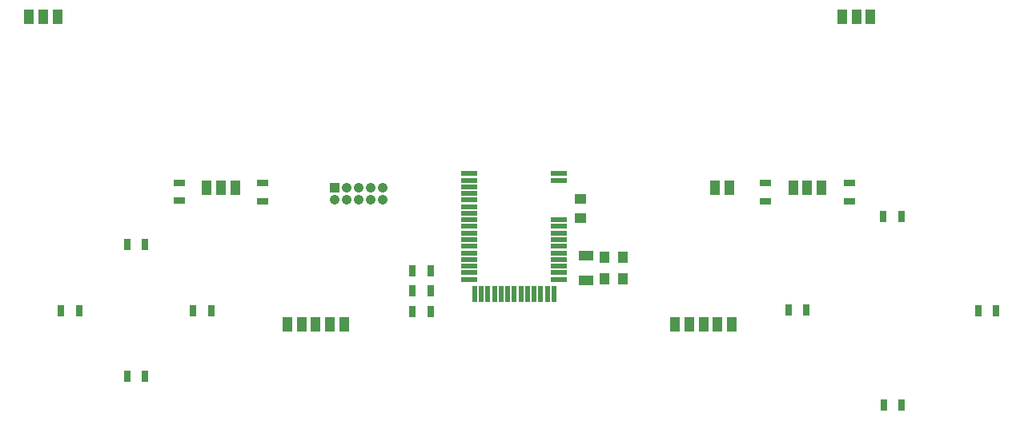
<source format=gbr>
G04 #@! TF.FileFunction,Soldermask,Bot*
%FSLAX46Y46*%
G04 Gerber Fmt 4.6, Leading zero omitted, Abs format (unit mm)*
G04 Created by KiCad (PCBNEW (2016-04-11 BZR 6687, Git f239aee)-product) date 4/14/2016 1:21:30 PM*
%MOMM*%
G01*
G04 APERTURE LIST*
%ADD10C,0.020000*%
%ADD11R,1.300000X0.700000*%
%ADD12R,0.700000X1.300000*%
%ADD13R,1.000000X1.250000*%
%ADD14R,1.700000X0.500000*%
%ADD15R,0.500000X1.700000*%
%ADD16R,1.250000X1.000000*%
%ADD17R,1.000000X1.500000*%
%ADD18R,1.550000X1.000000*%
%ADD19R,1.050000X1.050000*%
%ADD20C,1.050000*%
G04 APERTURE END LIST*
D10*
D11*
X105460800Y-34427200D03*
X105460800Y-32527200D03*
X96570800Y-34427200D03*
X96570800Y-32527200D03*
X34594800Y-34376400D03*
X34594800Y-32476400D03*
X43383200Y-34427200D03*
X43383200Y-32527200D03*
D12*
X37932400Y-45999400D03*
X36032400Y-45999400D03*
X23962400Y-45999400D03*
X22062400Y-45999400D03*
X30947400Y-52984400D03*
X29047400Y-52984400D03*
X30947400Y-38989000D03*
X29047400Y-38989000D03*
X109032000Y-36017200D03*
X110932000Y-36017200D03*
X98999000Y-45974000D03*
X100899000Y-45974000D03*
X119065000Y-45999400D03*
X120965000Y-45999400D03*
X109057400Y-56007000D03*
X110957400Y-56007000D03*
D13*
X79518000Y-40386000D03*
X81518000Y-40386000D03*
X79518000Y-42672000D03*
X81518000Y-42672000D03*
D12*
X61148000Y-43942000D03*
X59248000Y-43942000D03*
X61148000Y-41783000D03*
X59248000Y-41783000D03*
X61148000Y-46101000D03*
X59248000Y-46101000D03*
D14*
X65250000Y-31500000D03*
X65250000Y-37100000D03*
X65250000Y-36400000D03*
X65250000Y-35000000D03*
X65250000Y-35700000D03*
X65250000Y-32900000D03*
X65250000Y-32200000D03*
X65250000Y-33600000D03*
X65250000Y-34300000D03*
X65250000Y-39900000D03*
X65250000Y-39200000D03*
X65250000Y-37800000D03*
X65250000Y-38500000D03*
X65250000Y-41300000D03*
X65250000Y-40600000D03*
X65250000Y-42000000D03*
X65250000Y-42700000D03*
D15*
X65800000Y-44250000D03*
X70000000Y-44250000D03*
X69300000Y-44250000D03*
X67900000Y-44250000D03*
X68600000Y-44250000D03*
X67200000Y-44250000D03*
X66500000Y-44250000D03*
X70700000Y-44250000D03*
X71400000Y-44250000D03*
X72800000Y-44250000D03*
X72100000Y-44250000D03*
X73500000Y-44250000D03*
X74200000Y-44250000D03*
D14*
X74750000Y-42700000D03*
X74750000Y-42000000D03*
X74750000Y-39900000D03*
X74750000Y-37800000D03*
X74750000Y-40600000D03*
X74750000Y-41300000D03*
X74750000Y-39200000D03*
X74750000Y-38500000D03*
X74750000Y-36400000D03*
X74750000Y-37100000D03*
X74750000Y-32200000D03*
X74750000Y-31500000D03*
D16*
X76962000Y-36179000D03*
X76962000Y-34179000D03*
D17*
X20193000Y-14859000D03*
X21693000Y-14859000D03*
X18693000Y-14859000D03*
X106172000Y-14859000D03*
X107672000Y-14859000D03*
X104672000Y-14859000D03*
D18*
X77597000Y-42829000D03*
X77597000Y-40229000D03*
D17*
X91250000Y-33000000D03*
X92750000Y-33000000D03*
X52000000Y-47500000D03*
X49000000Y-47500000D03*
X50500000Y-47500000D03*
X47500000Y-47500000D03*
X46000000Y-47500000D03*
X93000000Y-47500000D03*
X90000000Y-47500000D03*
X91500000Y-47500000D03*
X88500000Y-47500000D03*
X87000000Y-47500000D03*
D19*
X51000000Y-33000000D03*
D20*
X52270000Y-33000000D03*
X53540000Y-33000000D03*
X54810000Y-33000000D03*
X56080000Y-33000000D03*
X52270000Y-34270000D03*
X53540000Y-34270000D03*
X54810000Y-34270000D03*
X56080000Y-34270000D03*
X51000000Y-34270000D03*
D17*
X39000000Y-33000000D03*
X37500000Y-33000000D03*
X40500000Y-33000000D03*
X101000000Y-33000000D03*
X99500000Y-33000000D03*
X102500000Y-33000000D03*
M02*

</source>
